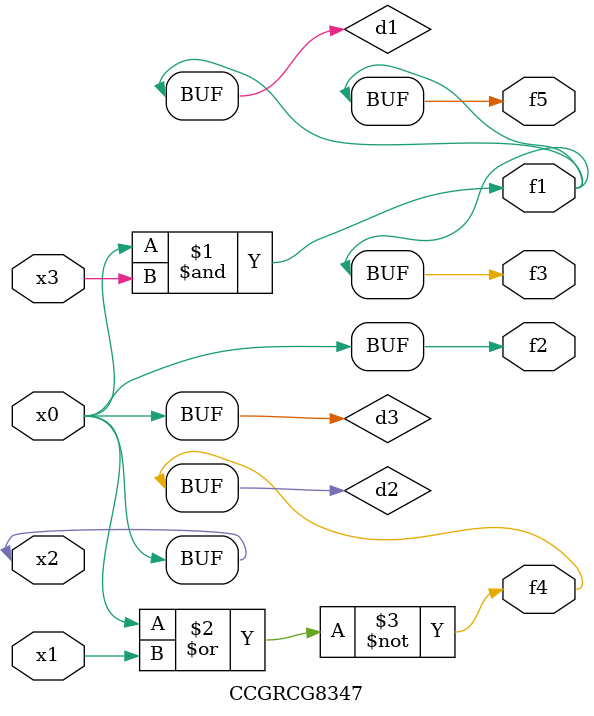
<source format=v>
module CCGRCG8347(
	input x0, x1, x2, x3,
	output f1, f2, f3, f4, f5
);

	wire d1, d2, d3;

	and (d1, x2, x3);
	nor (d2, x0, x1);
	buf (d3, x0, x2);
	assign f1 = d1;
	assign f2 = d3;
	assign f3 = d1;
	assign f4 = d2;
	assign f5 = d1;
endmodule

</source>
